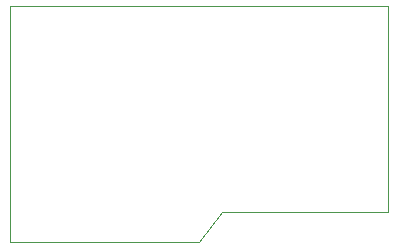
<source format=gbr>
%TF.GenerationSoftware,KiCad,Pcbnew,8.0.6*%
%TF.CreationDate,2024-11-16T20:49:17+00:00*%
%TF.ProjectId,LED_strip_DVD_xbox,4c45445f-7374-4726-9970-5f4456445f78,rev?*%
%TF.SameCoordinates,Original*%
%TF.FileFunction,Profile,NP*%
%FSLAX46Y46*%
G04 Gerber Fmt 4.6, Leading zero omitted, Abs format (unit mm)*
G04 Created by KiCad (PCBNEW 8.0.6) date 2024-11-16 20:49:17*
%MOMM*%
%LPD*%
G01*
G04 APERTURE LIST*
%TA.AperFunction,Profile*%
%ADD10C,0.050000*%
%TD*%
G04 APERTURE END LIST*
D10*
X164000000Y-85000000D02*
X150000000Y-85000000D01*
X148000000Y-87500000D01*
X132000000Y-87500000D01*
X132000000Y-67500000D01*
X164000000Y-67500000D01*
X164000000Y-85000000D01*
M02*

</source>
